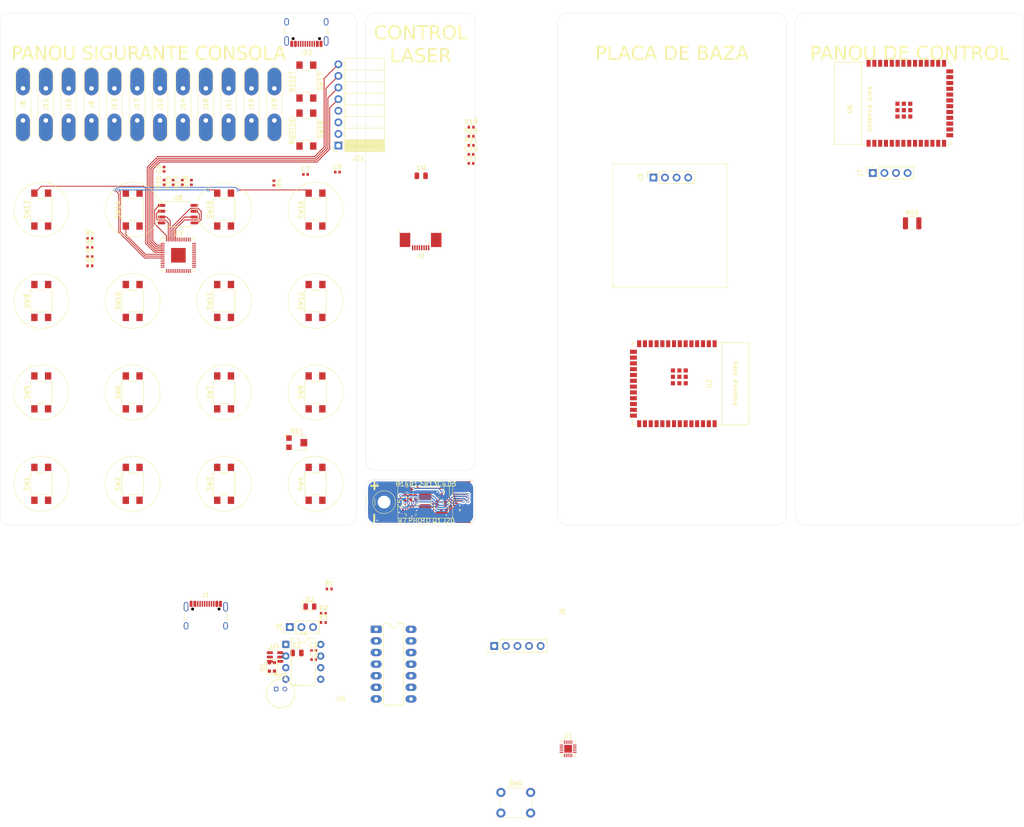
<source format=kicad_pcb>
(kicad_pcb (version 20241229) (generator "pcbnew") (generator_version "9.0")
  (layers (0 "F.Cu" signal) (2 "B.Cu" signal) (13 "F.Paste" user) (15 "B.Paste" user) (5 "F.SilkS" user "F.Silkscreen") (7 "B.SilkS" user "B.Silkscreen") (1 "F.Mask" user) (3 "B.Mask" user) (25 "Edge.Cuts" user))
  (net 0 "")
  (net 1 "+5V")
  (net 2 "GND")
  (net 3 "Net-(J1-SHIELD)")
  (net 4 "Net-(J1-CC1)")
  (net 6 "Net-(J1-CC2)")
  (net 11 "Net-(J1-D+-PadA6)")
  (net 12 "Net-(J1-D--PadA7)")
  (net 89 "Net-(J20-Pin_2)")
  (net 133 "Net-(U3-GPIO14)")
  (net 170 "+3.3V")
  (net 171 "Net-(D3-K)")
  (net 172 "Net-(Q1-C)")
  (net 173 "Net-(J20-Pin_1)")
  (net 174 "Net-(J20-Pin_4)")
  (net 176 "SDA")
  (net 177 "SCL")
  (net 178 "Net-(U3-GPIO26_ADC0)")
  (net 179 "Net-(U3-GPIO15)")
  (net 180 "Net-(U3-GPIO16)")
  (net 181 "Net-(U3-GPIO17)")
  (net 182 "Net-(U3-GPIO18)")
  (net 183 "Net-(U3-GPIO19)")
  (net 184 "Net-(U3-GPIO20)")
  (net 185 "Net-(U3-GPIO21)")
  (net 186 "Net-(U3-GPIO22)")
  (net 187 "Net-(U3-GPIO23)")
  (net 188 "Net-(U3-GPIO24)")
  (net 189 "Net-(U3-GPIO25)")
  (net 190 "DP1")
  (net 192 "Net-(U3-QSPI_SD1)")
  (net 193 "Net-(J22-SHIELD)")
  (net 195 "Net-(U3-IOVDD-Pad1)")
  (net 196 "Net-(J22-CC2)")
  (net 199 "Net-(U3-DVDD-Pad23)")
  (net 200 "Net-(U3-QSPI_SD0)")
  (net 201 "Net-(U3-QSPI_SD2)")
  (net 206 "DM1")
  (net 208 "Net-(J22-CC1)")
  (net 210 "Net-(U3-QSPI_SD3)")
  (net 212 "Net-(J21-Pin_5)")
  (net 216 "Net-(SW18-A)")
  (net 217 "Net-(SW17-A)")
  (net 218 "Net-(SW18-B)")
  (net 219 "Net-(SW17-B)")
  (net 220 "Net-(U3-QSPI_SCLK)")
  (net 221 "Net-(SW1-A)")
  (net 222 "Net-(U3-GPIO8)")
  (net 223 "Net-(SW1-B)")
  (net 224 "Net-(U3-GPIO9)")
  (net 225 "Net-(SW5-B)")
  (net 226 "Net-(U3-GPIO10)")
  (net 227 "Net-(U3-GPIO11)")
  (net 230 "Net-(SW10-B)")
  (net 231 "Net-(SW13-B)")
  (net 232 "Net-(SW10-A)")
  (net 233 "Net-(SW11-A)")
  (net 234 "Net-(SW12-A)")
  (net 235 "ACC_INT")
  (net 236 "Net-(J21-Pin_7)")
  (net 237 "Net-(J21-Pin_6)")
  (net 239 "Net-(J21-Pin_8)")
  (footprint "Resistor_SMD:R_0402_1005Metric" (layer "F.Cu") (at 49.64 81.32)
    (property "Reference" "R6")
    (property "Value" "5K1")
  )
  (footprint "Capacitor_SMD:C_0402_1005Metric" (layer "F.Cu") (at 98.61 169.48)
    (property "Reference" "C2")
    (property "Value" "100nF")
  )
  (footprint "Capacitor_SMD:C_0402_1005Metric" (layer "F.Cu") (at 103.8 64.8)
    (property "Reference" "C8")
    (property "Value" "100nF")
  )
  (footprint "Potentiometer_SMD:Potentiometer_Bourns_TC33X_Vertical" (layer "F.Cu") (at 95 124)
    (property "Reference" "RV1")
    (property "Value" "R_Potentiometer_Trim" (hide yes))
  )
  (footprint "Resistor_SMD:R_0402_1005Metric" (layer "F.Cu") (at 120.85 136 -90)
    (property "Reference" "R13")
    (property "Value" "5K1" (hide yes))
  )
  (footprint "spacescape:Untitled" (layer "F.Cu") (at 50 50 90)
    (property "Reference" "J9")
    (property "Value" "~")
  )
  (footprint "Package_SO:SOIC-8_5.3x5.3mm_P1.27mm" (layer "F.Cu") (at 68.9 74)
    (property "Reference" "U8")
    (property "Value" "W25Q128JVS" (hide yes))
  )
  (footprint "Connector_PinHeader_2.54mm:PinHeader_1x03_P2.54mm_Vertical" (layer "F.Cu") (at 93.38 164.35 90)
    (property "Reference" "J5")
    (property "Value" "Conn_01x03_Pin" (hide yes))
  )
  (footprint "Button_Switch_SMD:SW_SPST_TL3305C" (layer "F.Cu") (at 99 133 90)
    (property "Reference" "SW4")
    (property "Value" "SW_SPST")
  )
  (footprint "LED_SMD:LED_WS2812B-2020_PLCC4_2.0x2.0mm" (layer "F.Cu") (at 89.47 173.065 90)
    (property "Reference" "D1")
    (property "Value" "WS2812B-2020" (hide yes))
  )
  (footprint "Button_Switch_SMD:SW_SPST_TL3305C" (layer "F.Cu") (at 79 113 90)
    (property "Reference" "SW7")
    (property "Value" "SW_SPST")
  )
  (footprint "Resistor_SMD:R_0402_1005Metric" (layer "F.Cu") (at 100.72 161.35)
    (property "Reference" "R2")
    (property "Value" "5K1")
  )
  (footprint "Button_Switch_SMD:SW_SPST_TL3305C" (layer "F.Cu") (at 79 93 90)
    (property "Reference" "SW11")
    (property "Value" "SW_SPST")
  )
  (footprint "Diode_SMD:D_SOD-523" (layer "F.Cu") (at 127.7 134.8 -90)
    (property "Reference" "D3")
    (property "Value" "D" (hide yes))
  )
  (footprint "Connector_USB:USB_C_Receptacle_HCTL_HC-TYPE-C-16P-01A" (layer "F.Cu") (at 97 33 180)
    (property "Reference" "J22")
    (property "Value" "USB_C_Receptacle_USB2.0_16P")
  )
  (footprint "Espressif:ESP32-S2-SOLO" (layer "F.Cu") (at 228.26 49.75 90)
    (property "Reference" "U6")
    (property "Value" "ESP32-S2-SOLO")
  )
  (footprint "Resistor_SMD:R_0402_1005Metric" (layer "F.Cu") (at 69.86 67.06 90)
    (property "Reference" "R17")
    (property "Value" "5K1")
  )
  (footprint "Resistor_SMD:R_0402_1005Metric" (layer "F.Cu") (at 67.87 67.06 90)
    (property "Reference" "R16")
    (property "Value" "330")
  )
  (footprint "Button_Switch_SMD:SW_SPST_TL3305C" (layer "F.Cu") (at 39 93 90)
    (property "Reference" "SW9")
    (property "Value" "SW_SPST")
  )
  (footprint "Package_DIP:DIP-14_W7.62mm_LongPads" (layer "F.Cu") (at 112.28 164.83)
    (property "Reference" "U5")
    (property "Value" "LM324")
  )
  (footprint "Resistor_SMD:R_0402_1005Metric" (layer "F.Cu") (at 133.04 58.95)
    (property "Reference" "R21")
    (property "Value" "5K1")
  )
  (footprint "spacescape:Untitled" (layer "F.Cu") (at 85 50 90)
    (property "Reference" "J15")
    (property "Value" "~")
  )
  (footprint "Button_Switch_THT:SW_PUSH_6mm_H4.3mm" (layer "F.Cu") (at 139.56 200.52)
    (property "Reference" "SW0")
    (property "Value" "SW_SPST")
  )
  (footprint "Resistor_SMD:R_0402_1005Metric" (layer "F.Cu") (at 49.64 85.3)
    (property "Reference" "R8")
    (property "Value" "5K1")
  )
  (footprint "spacescape:Untitled" (layer "F.Cu") (at 40 50 90)
    (property "Reference" "J12")
    (property "Value" "~")
  )
  (footprint "Button_Switch_SMD:SW_SPST_TL3305C" (layer "F.Cu") (at 97 45 -90)
    (property "Reference" "SW17")
    (property "Value" "RESET")
  )
  (footprint "Connector_PinSocket_2.54mm:PinSocket_1x04_P2.54mm_Vertical" (layer "F.Cu") (at 172.92 66 90)
    (property "Reference" "J3")
    (property "Value" "OLED")
  )
  (footprint "Capacitor_SMD:C_0402_1005Metric" (layer "F.Cu") (at 96.82 65.3)
    (property "Reference" "C7")
    (property "Value" "100nF")
  )
  (footprint "Button_Switch_SMD:SW_SPST_TL3305C" (layer "F.Cu") (at 79 133 90)
    (property "Reference" "SW3")
    (property "Value" "SW_SPST")
  )
  (footprint "Capacitor_SMD:C_0402_1005Metric" (layer "F.Cu") (at 126 135.5 180)
    (property "Reference" "C4")
    (property "Value" "100nF" (hide yes))
  )
  (footprint "Resistor_SMD:R_0402_1005Metric" (layer "F.Cu") (at 118.55 136 -90)
    (property "Reference" "R14")
    (property "Value" "5K1" (hide yes))
  )
  (footprint "Button_Switch_SMD:SW_SPST_TL3305C" (layer "F.Cu") (at 39 73 90)
    (property "Reference" "SW13")
    (property "Value" "SW_SPST")
  )
  (footprint "Button_Switch_SMD:SW_SPST_TL3305C" (layer "F.Cu") (at 59 93 90)
    (property "Reference" "SW10")
    (property "Value" "SW_SPST")
  )
  (footprint "Resistor_SMD:R_1210_3225Metric" (layer "F.Cu") (at 123 137 90)
    (property "Reference" "R9" (hide yes))
    (property "Value" "PHOTO")
  )
  (footprint "Capacitor_SMD:C_0402_1005Metric" (layer "F.Cu") (at 133.02 62.9)
    (property "Reference" "C11")
    (property "Value" "100nF")
  )
  (footprint "Resistor_SMD:R_0402_1005Metric" (layer "F.Cu") (at 65.88 67.06 90)
    (property "Reference" "R15")
    (property "Value" "330")
  )
  (footprint "Button_Switch_SMD:SW_SPST_TL3305C" (layer "F.Cu") (at 99 73 90)
    (property "Reference" "SW16")
    (property "Value" "SW_SPST")
  )
  (footprint "Package_DFN_QFN:VQFN-20-1EP_3x3mm_P0.4mm_EP1.7x1.7mm" (layer "F.Cu") (at 154.26 190.97)
    (property "Reference" "U1")
    (property "Value" "ATtiny1616-M")
  )
  (footprint "Button_Switch_SMD:SW_SPST_TL3305C" (layer "F.Cu") (at 59 133 90)
    (property "Reference" "SW2")
    (property "Value" "SW_SPST")
  )
  (footprint "spacescape:Untitled" (layer "F.Cu") (at 60 50 90)
    (property "Reference" "J17")
    (property "Value" "~")
  )
  (footprint "Resistor_SMD:R_0402_1005Metric" (layer "F.Cu") (at 133.04 54.97)
    (property "Reference" "R19")
    (property "Value" "5K1")
  )
  (footprint "Resistor_SMD:R_0402_1005Metric" (layer "F.Cu") (at 49.64 83.31)
    (property "Reference" "R7")
    (property "Value" "5K1")
  )
  (footprint "spacescape:Untitled" (layer "F.Cu") (at 45 50 90)
    (property "Reference" "J16")
    (property "Value" "~")
  )
  (footprint "Package_TO_SOT_SMD:SOT-23-6" (layer "F.Cu") (at 90.15 170.895)
    (property "Reference" "U4")
    (property "Value" "MT3608")
  )
  (footprint "Connector_FFC-FPC:TE_0-1734839-8_1x08-1MP_P0.5mm_Horizontal" (layer "F.Cu") (at 122 80 180)
    (property "Reference" "J2")
    (property "Value" "Conn_01x08_Socket" (hide yes))
  )
  (footprint "Capacitor_SMD:C_0402_1005Metric" (layer "F.Cu") (at 65.87 64.17 90)
    (property "Reference" "C6")
    (property "Value" "100nF")
  )
  (footprint "Resistor_SMD:R_0603_1608Metric" (layer "F.Cu") (at 119 134.3)
    (property "Reference" "R22" (hide yes))
    (property "Value" "DNP" (hide yes))
  )
  (footprint "Capacitor_SMD:C_0805_2012Metric" (layer "F.Cu") (at 94.95 170)
    (property "Reference" "C1")
    (property "Value" "22uF")
  )
  (footprint "spacescape:Untitled" (layer "F.Cu") (at 65 50 90)
    (property "Reference" "J10")
    (property "Value" "~")
  )
  (footprint "Resistor_SMD:R_0402_1005Metric" (layer "F.Cu") (at 89.9 67.2 -90)
    (property "Reference" "R4")
    (property "Value" "1K")
  )
  (footprint "Connector_PinHeader_2.54mm:PinHeader_1x05_P2.54mm_Vertical" (layer "F.Cu") (at 138.1 168.48 90)
    (property "Reference" "J6")
    (property "Value" "Conn_01x05_Pin" (hide yes))
  )
  (footprint "Sensor_Audio:POM-2244P-C3310-2-R" (layer "F.Cu") (at 90.4 177.89)
    (property "Reference" "MK1")
    (property "Value" "Microphone")
  )
  (footprint "Espressif:ESP32-S2-SOLO" (layer "F.Cu") (at 178.06 111.1 -90)
    (property "Reference" "U2")
    (property "Value" "ESP32-S2-SOLO")
  )
  (footprint "Connector_PinSocket_2.54mm:PinSocket_1x04_P2.54mm_Vertical" (layer "F.Cu") (at 220.92 65 90)
    (property "Reference" "J7")
    (property "Value" "OLED")
  )
  (footprint "Button_Switch_SMD:SW_SPST_TL3305C" (layer "F.Cu") (at 39 113 90)
    (property "Reference" "SW5")
    (property "Value" "SW_SPST")
  )
  (footprint "Button_Switch_SMD:SW_SPST_TL3305C" (layer "F.Cu") (at 59 113 90)
    (property "Reference" "SW6")
    (property "Value" "SW_SPST")
  )
  (footprint "Resistor_SMD:R_0402_1005Metric" (layer "F.Cu") (at 133.04 56.96)
    (property "Reference" "R20")
    (property "Value" "5K1")
  )
  (footprint "Connector_PinSocket_2.54mm:PinSocket_1x08_P2.54mm_Horizontal" (layer "F.Cu") (at 104 59 180)
    (property "Reference" "J21")
    (property "Value" "Conn_01x08_Socket")
  )
  (footprint "Connector_USB:USB_C_Receptacle_HCTL_HC-TYPE-C-16P-01A" (layer "F.Cu") (at 75 163)
    (property "Reference" "J1")
    (property "Value" "USB_C_Receptacle_USB2.0_16P")
  )
  (footprint "spacescape:Untitled" (layer "F.Cu") (at 35 50 90)
    (property "Reference" "J8")
    (property "Value" "~")
  )
  (footprint "spacescape:Untitled" (layer "F.Cu") (at 80 50 90)
    (property "Reference" "J11")
    (property "Value" "~")
  )
  (footprint "Resistor_SMD:R_0402_1005Metric" (layer "F.Cu") (at 102 156)
    (property "Reference" "R1")
    (property "Value" "5K1")
  )
  (footprint "spacescape:Untitled" (layer "F.Cu") (at 75 50 90)
    (property "Reference" "J18")
    (property "Value" "~")
  )
  (footprint "Connector_FFC-FPC:TE_0-1734839-8_1x08-1MP_P0.5mm_Horizontal" (layer "F.Cu") (at 131 137 90)
    (property "Reference" "J20")
    (property "Value" "Conn_01x08_Socket" (hide yes))
  )
  (footprint "Button_Switch_SMD:SW_SPST_TL3305C" (layer "F.Cu") (at 99 93 90)
    (property "Reference" "SW12")
    (property "Value" "SW_SPST")
  )
  (footprint "Capacitor_SMD:C_0402_1005Metric" (layer "F.Cu") (at 98.61 171.45)
    (property "Reference" "C3")
    (property "Value" "100nF")
  )
  (footprint "Package_LGA:LGA-14_2x2mm_P0.35mm_LayoutBorder3x4y" (layer "F.Cu") (at 119.9 138.8 -90)
    (property "Reference" "U7")
    (property "Value" "LIS2DH" (hide yes))
  )
  (footprint "Button_Switch_SMD:SW_SPST_TL3305C" (layer "F.Cu") (at 97 55.5 -90)
    (property "Reference" "SW18")
    (property "Value" "BOOTSEL")
  )
  (footprint "Button_Switch_SMD:SW_SPST_TL3305C" (layer "F.Cu") (at 99 113 90)
    (property "Reference" "SW8")
    (property "Value" "SW_SPST")
  )
  (footprint "spacescape:Untitled" (layer "F.Cu") (at 90 50 90)
    (property "Reference" "J19")
    (property "Value" "~")
  )
  (footprint "Capacitor_SMD:C_0402_1005Metric" (layer "F.Cu") (at 133.02 60.93)
    (property "Reference" "C10")
    (property "Value" "100nF")
  )
  (footprint "Button_Switch_SMD:SW_SPST_TL3305C" (layer "F.Cu") (at 39 133 90)
    (property "Reference" "SW1")
    (property "Value" "SW_SPST")
  )
  (footprint "Capacitor_SMD:C_0805_2012Metric" (layer "F.Cu") (at 122.12 65.61)
    (property "Reference" "C9")
    (property "Value" "22uF")
  )
  (footprint "Package_DFN_QFN:QFN-56-1EP_7x7mm_P0.4mm_EP3.2x3.2mm" (layer "F.Cu") (at 69 83)
    (property "Reference" "U3")
    (property "Value" "RP2040" (hide yes))
  )
  (footprint "Button_Switch_SMD:SW_SPST_TL3305C" (layer "F.Cu") (at 79 73 90)
    (property "Reference" "SW15")
    (property "Value" "SW_SPST" (hide yes))
  )
  (footprint "LED_SMD:LED_0805_2012Metric" (layer "F.Cu") (at 97.7825 159.85)
    (property "Reference" "D2")
    (property "Value" "LED")
  )
  (footprint "Resistor_SMD:R_0402_1005Metric" (layer "F.Cu") (at 119.85 136 -90)
    (property "Reference" "R12")
    (property "Value" "5K1" (hide yes))
  )
  (footprint "spacescape:Untitled" (layer "F.Cu") (at 70 50 90)
    (property "Reference" "J14")
    (property "Value" "~")
  )
  (footprint "Resistor_SMD:R_1210_3225Metric" (layer "F.Cu") (at 111 137 90)
    (property "Reference" "R11" (hide yes))
    (property "Value" "LASER" (hide yes))
  )
  (footprint "Resistor_SMD:R_1210_3225Metric" (layer "F.Cu") (at 229.5375 76)
    (property "Reference" "R10")
    (property "Value" "PHOTO")
  )
  (footprint "Resistor_SMD:R_0402_1005Metric" (layer "F.Cu") (at 49.64 79.33)
    (property "Reference" "R5")
    (property "Value" "5K1")
  )
  (footprint "Button_Switch_SMD:SW_SPST_TL3305C" (layer "F.Cu") (at 59 73 90)
    (property "Reference" "SW14")
    (property "Value" "SW_SPST" (hide yes))
  )
  (footprint "Package_TO_SOT_SMD:SOT-23" (layer "F.Cu") (at 126.5 138.3 -90)
    (property "Reference" "Q1")
    (property "Value" "NPN" (hide yes))
  )
  (footprint "Package_DIP:DIP-8_W7.62mm" (layer "F.Cu") (at 92.515 168.14)
    (property "Reference" "J4")
    (property "Value" "Conn_02x04_Counter_Clockwise" (hide yes))
  )
  (footprint "Resistor_SMD:R_0402_1005Metric" (layer "F.Cu") (at 71.85 67.06 90)
    (property "Reference" "R18")
    (property "Value" "5K1")
  )
  (footprint "spacescape:Untitled" (layer "F.Cu") (at 55 50 90)
    (property "Reference" "J13")
    (property "Value" "~")
  )
  (footprint "Resistor_SMD:R_0402_1005Metric" (layer "F.Cu") (at 100.72 163.34)
    (property "Reference" "R3")
    (property "Value" "5K1")
  )
  (footprint "Capacitor_SMD:C_0402_1005Metric" (layer "F.Cu") (at 118.2 139.5 -90)
    (property "Reference" "C5")
    (property "Value" "100nF" (hide yes))
  )
  (gr_circle (center 99 113) (end 105 113) (stroke (width 0.1)) (fill no) (layer "F.SilkS"))
  (gr_circle (center 99 73) (end 105 73) (stroke (width 0.1)) (fill no) (layer "F.SilkS"))
  (gr_circle (center 79 113) (end 85 113) (stroke (width 0.1)) (fill no) (layer "F.SilkS"))
  (gr_circle (center 99 133) (end 105 133) (stroke (width 0.1)) (fill no) (layer "F.SilkS"))
  (gr_circle (center 99 93) (end 105 93) (stroke (width 0.1)) (fill no) (layer "F.SilkS"))
  (gr_circle (center 39 73) (end 45 73) (stroke (width 0.1)) (fill no) (layer "F.SilkS"))
  (gr_rect (start 164 63) (end 189 90) (stroke (width 0.1)) (fill no) (layer "F.SilkS"))
  (gr_rect (start 117 133.5) (end 129 140.5) (stroke (width 0.1)) (fill no) (layer "F.SilkS"))
  (gr_circle (center 59 133) (end 65 133) (stroke (width 0.1)) (fill no) (layer "F.SilkS"))
  (gr_circle (center 59 113) (end 65 113) (stroke (width 0.1)) (fill no) (layer "F.SilkS"))
  (gr_circle (center 79 93) (end 85 93) (stroke (width 0.1)) (fill no) (layer "F.SilkS"))
  (gr_circle (center 39 133) (end 45 133) (stroke (width 0.1)) (fill no) (layer "F.SilkS"))
  (gr_circle (center 39 113) (end 45 113) (stroke (width 0.1)) (fill no) (layer "F.SilkS"))
  (gr_circle (center 114 137) (end 111.5 137) (stroke (width 0.1)) (fill no) (layer "F.SilkS"))
  (gr_circle (center 39 93) (end 45 93) (stroke (width 0.1)) (fill no) (layer "F.SilkS"))
  (gr_circle (center 59 73) (end 65 73) (stroke (width 0.1)) (fill no) (layer "F.SilkS"))
  (gr_circle (center 79 73) (end 85 73) (stroke (width 0.1)) (fill no) (layer "F.SilkS"))
  (gr_circle (center 59 93) (end 65 93) (stroke (width 0.1)) (fill no) (layer "F.SilkS"))
  (gr_circle (center 79 133) (end 85 133) (stroke (width 0.1)) (fill no) (layer "F.SilkS"))
  (gr_arc (start 132 132) (mid 133.414214 132.585786) (end 134 134) (stroke (width 0.05)) (layer "Edge.Cuts"))
  (gr_arc (start 204 32) (mid 204.585786 30.585786) (end 206 30) (stroke (width 0.05)) (layer "Edge.Cuts"))
  (gr_arc (start 252 30) (mid 253.414214 30.585786) (end 254 32) (stroke (width 0.05)) (layer "Edge.Cuts"))
  (gr_arc (start 30 32) (mid 30.585786 30.585786) (end 32 30) (stroke (width 0.05)) (layer "Edge.Cuts"))
  (gr_line (start 110 128) (end 110 32) (stroke (width 0.05)) (layer "Edge.Cuts"))
  (gr_line (start 202 32) (end 202 140) (stroke (width 0.05)) (layer "Edge.Cuts"))
  (gr_line (start 154 30) (end 200 30) (stroke (width 0.05)) (layer "Edge.Cuts"))
  (gr_line (start 134 32) (end 134 128) (stroke (width 0.05)) (layer "Edge.Cuts"))
  (gr_line (start 134 134) (end 134 140) (stroke (width 0.05)) (layer "Edge.Cuts"))
  (gr_line (start 108 32) (end 108 140) (stroke (width 0.05)) (layer "Edge.Cuts"))
  (gr_line (start 110 134) (end 110 140) (stroke (width 0.05)) (layer "Edge.Cuts"))
  (gr_line (start 30 140) (end 30 32) (stroke (width 0.05)) (layer "Edge.Cuts"))
  (gr_line (start 254 32) (end 254 140) (stroke (width 0.05)) (layer "Edge.Cuts"))
  (gr_line (start 200 142) (end 154 142) (stroke (width 0.05)) (layer "Edge.Cuts"))
  (gr_arc (start 112 142) (mid 110.585786 141.414214) (end 110 140) (stroke (width 0.05)) (layer "Edge.Cuts"))
  (gr_arc (start 254 140) (mid 253.414214 141.414214) (end 252 142) (stroke (width 0.05)) (layer "Edge.Cuts"))
  (gr_arc (start 106 30) (mid 107.414214 30.585786) (end 108 32) (stroke (width 0.05)) (layer "Edge.Cuts"))
  (gr_arc (start 110 32) (mid 110.585786 30.585786) (end 112 30) (stroke (width 0.05)) (layer "Edge.Cuts"))
  (gr_arc (start 134 128) (mid 133.414214 129.414214) (end 132 130) (stroke (width 0.05)) (layer "Edge.Cuts"))
  (gr_line (start 112 30) (end 132 30) (stroke (width 0.05)) (layer "Edge.Cuts"))
  (gr_line (start 204 140) (end 204 32) (stroke (width 0.05)) (layer "Edge.Cuts"))
  (gr_line (start 112 130) (end 132 130) (stroke (width 0.05)) (layer "Edge.Cuts"))
  (gr_line (start 206 30) (end 252 30) (stroke (width 0.05)) (layer "Edge.Cuts"))
  (gr_arc (start 202 140) (mid 201.414214 141.414214) (end 200 142) (stroke (width 0.05)) (layer "Edge.Cuts"))
  (gr_arc (start 112 130) (mid 110.585786 129.414214) (end 110 128) (stroke (width 0.05)) (layer "Edge.Cuts"))
  (gr_line (start 252 142) (end 206 142) (stroke (width 0.05)) (layer "Edge.Cuts"))
  (gr_arc (start 108 140) (mid 107.414214 141.414214) (end 106 142) (stroke (width 0.05)) (layer "Edge.Cuts"))
  (gr_arc (start 32 142) (mid 30.585786 141.414214) (end 30 140) (stroke (width 0.05)) (layer "Edge.Cuts"))
  (gr_arc (start 200 30) (mid 201.414214 30.585786) (end 202 32) (stroke (width 0.05)) (layer "Edge.Cuts"))
  (gr_arc (start 154 142) (mid 152.585786 141.414214) (end 152 140) (stroke (width 0.05)) (layer "Edge.Cuts"))
  (gr_arc (start 206 142) (mid 204.585786 141.414214) (end 204 140) (stroke (width 0.05)) (layer "Edge.Cuts"))
  (gr_line (start 132 142) (end 112 142) (stroke (width 0.05)) (layer "Edge.Cuts"))
  (gr_arc (start 132 30) (mid 133.414214 30.585786) (end 134 32) (stroke (width 0.05)) (layer "Edge.Cuts"))
  (gr_line (start 32 30) (end 106 30) (stroke (width 0.05)) (layer "Edge.Cuts"))
  (gr_arc (start 110 134) (mid 110.585786 132.585786) (end 112 132) (stroke (width 0.05)) (layer "Edge.Cuts"))
  (gr_line (start 112 132) (end 132 132) (stroke (width 0.05)) (layer "Edge.Cuts"))
  (gr_arc (start 134 140) (mid 133.414214 141.414214) (end 132 142) (stroke (width 0.05)) (layer "Edge.Cuts"))
  (gr_arc (start 152 32) (mid 152.585786 30.585786) (end 154 30) (stroke (width 0.05)) (layer "Edge.Cuts"))
  (gr_line (start 106 142) (end 32 142) (stroke (width 0.05)) (layer "Edge.Cuts"))
  (gr_line (start 152 140) (end 152 32) (stroke (width 0.05)) (layer "Edge.Cuts"))
  (gr_text "+" (at 111.9 133.3 0) (layer "F.SilkS") (effects (font (size 2 2) (thickness 0.4) (bold yes))))
  (gr_text "PANOU DE CONTROL" (at 229 39 0) (layer "F.SilkS") (effects (font (size 3 3) (thickness 0.1))))
  (gr_text "-" (at 111.7 140.5 90) (layer "F.SilkS") (effects (font (size 2 2) (thickness 0.4) (bold yes))))
  (gr_text "PLACA DE BAZA" (at 177 39 0) (layer "F.SilkS") (effects (font (size 3 3) (thickness 0.1))))
  (gr_text "CONTROL\nLASER" (at 122 37 0) (layer "F.SilkS") (effects (font (size 3 3) (thickness 0.1))))
  (gr_text "PANOU SIGURANTE CONSOLA" (at 62.5 39 0) (layer "F.SilkS") (effects (font (size 3 2.9) (thickness 0.1))))
  (segment (start 117.8 139.8) (end 117.85 139.85) (width 0.25) (layer "F.Cu") (net 2))
  (segment (start 128.7 137.75) (end 129.65 137.75) (width 0.25) (layer "F.Cu") (net 2))
  (segment (start 117.5 139.5) (end 117.5 139.75) (width 0.25) (layer "F.Cu") (net 2))
  (segment (start 125.62 134.8) (end 125.62 135.4) (width 0.25) (layer "F.Cu") (net 2))
  (segment (start 117.3 139.25) (end 117.3 139.3) (width 0.25) (layer "F.Cu") (net 2))
  (segment (start 127.65 139.75) (end 127.65 139.65) (width 0.25) (layer "F.Cu") (net 2))
  (segment (start 117.85 139.85) (end 118.1 139.85) (width 0.25) (layer "F.Cu") (net 2))
  (segment (start 126.5 139.2375) (end 126.5 139.1375) (width 0.25) (layer "F.Cu") (net 2))
  (segment (start 119.725 138.525) (end 120 138.8) (width 0.16) (layer "F.Cu") (net 2))
  (segment (start 125.62 135.4) (end 125.52 135.5) (width 0.25) (layer "F.Cu") (net 2))
  (segment (start 120.6625 138.8) (end 121.1 138.8) (width 0.16) (layer "F.Cu") (net 2))
  (segment (start 121.2 138.9) (end 121.2 139.6) (width 0.4) (layer "F.Cu") (net 2))
  (segment (start 117.3 139.3) (end 117.5 139.5) (width 0.25) (layer "F.Cu") (net 2))
  (segment (start 127.2375 139.2375) (end 126.5 139.2375) (width 0.25) (layer "F.Cu") (net 2))
  (segment (start 117.3 139.25) (end 117.95 139.9) (width 0.25) (layer "F.Cu") (net 2))
  (segment (start 127.65 139.45) (end 127.7 139.4) (width 0.25) (layer "F.Cu") (net 2))
  (segment (start 121.1 139) (end 121.1 138.8) (width 0.16) (layer "F.Cu") (net 2))
  (segment (start 120.6625 139.15) (end 120.95 139.15) (width 0.16) (layer "F.Cu") (net 2))
  (segment (start 120.425 139.775) (end 120.1 140.1) (width 0.16) (layer "F.Cu") (net 2))
  (segment (start 120.95 139.15) (end 121.1 139) (width 0.16) (layer "F.Cu") (net 2))
  (segment (start 120.85 138.45) (end 121 138.6) (width 0.16) (layer "F.Cu") (net 2))
  (segment (start 121 138.6) (end 121.1 138.7) (width 0.16) (layer "F.Cu") (net 2))
  (segment (start 127.7 139.4) (end 127.7 138.75) (width 0.25) (layer "F.Cu") (net 2))
  (segment (start 121.2 139.6) (end 121.3 139.7) (width 0.4) (layer "F.Cu") (net 2))
  (segment (start 126.5 139.1375) (end 126.6 139.0375) (width 0.25) (layer "F.Cu") (net 2))
  (segment (start 117.65 139.65) (end 117.8 139.8) (width 0.25) (layer "F.Cu") (net 2))
  (segment (start 121.1 138.7) (end 121.1 138.8) (width 0.16) (layer "F.Cu") (net 2))
  (segment (start 127.65 139.65) (end 127.2375 139.2375) (width 0.25) (layer "F.Cu") (net 2))
  (segment (start 120.075 139.5625) (end 120.075 140.075) (width 0.16) (layer "F.Cu") (net 2))
  (segment (start 120 138.8) (end 120.6625 138.8) (width 0.16) (layer "F.Cu") (net 2))
  (segment (start 121.1 138.8) (end 121.2 138.9) (width 0.4) (layer "F.Cu") (net 2))
  (segment (start 130.6 137.75) (end 129.65 137.75) (width 0.25) (layer "F.Cu") (net 2))
  (segment (start 119.725 139.725) (end 120.1 140.1) (width 0.16) (layer "F.Cu") (net 2))
  (segment (start 120.075 140.075) (end 120.1 140.1) (width 0.16) (layer "F.Cu") (net 2))
  (segment (start 119.725 138.0375) (end 119.725 138.525) (width 0.16) (layer "F.Cu") (net 2))
  (segment (start 120.6625 138.45) (end 120.85 138.45) (width 0.16) (layer "F.Cu") (net 2))
  (segment (start 127.7 138.75) (end 128.7 137.75) (width 0.25) (layer "F.Cu") (net 2))
  (segment (start 117.95 139.9) (end 118.1 139.9) (width 0.25) (layer "F.Cu") (net 2))
  (segment (start 120.425 139.5625) (end 120.425 139.775) (width 0.16) (layer "F.Cu") (net 2))
  (segment (start 119.725 139.5625) (end 119.725 139.725) (width 0.16) (layer "F.Cu") (net 2))
  (segment (start 127.65 139.75) (end 127.65 139.45) (width 0.25) (layer "F.Cu") (net 2))
  (via (at 129 133) (size 0.6) (drill 0.3) (layers "F.Cu" "B.Cu") (net 2))
  (via (at 112.5 141) (size 0.6) (drill 0.3) (layers "F.Cu" "B.Cu") (net 2))
  (via (at 117.3 139.25) (size 0.6) (drill 0.3) (layers "F.Cu" "B.Cu") (net 2))
  (via (at 122.5 133) (size 0.6) (drill 0.3) (layers "F.Cu" "B.Cu") (net 2))
  (via (at 117.5 133) (size 0.6) (drill 0.3) (layers "F.Cu" "B.Cu") (net 2))
  (via (at 120.1 140.1) (size 0.6) (drill 0.3) (layers "F.Cu" "B.Cu") (net 2))
  (via (at 121.1 138.8) (size 0.6) (drill 0.3) (layers "F.Cu" "B.Cu") (net 2))
  (via (at 112.5 133) (size 0.6) (drill 0.3) (layers "F.Cu" "B.Cu") (net 2))
  (via (at 122.5 141) (size 0.6) (drill 0.3) (layers "F.Cu" "B.Cu") (net 2))
  (via (at 114 137) (size 3.6) (drill 2.8) (layers "F.Cu" "B.Cu") (net 2))
  (via (at 117.5 141) (size 0.6) (drill 0.3) (layers "F.Cu" "B.Cu") (net 2))
  (via (at 125.62 134.8) (size 0.6) (drill 0.3) (layers "F.Cu" "B.Cu") (net 2))
  (via (at 130.6 137.75) (size 0.6) (drill 0.3) (layers "F.Cu" "B.Cu") (net 2))
  (via (at 127.6 139.85) (size 0.6) (drill 0.3) (layers "F.Cu" "B.Cu") (net 2))
  (segment (start 128.81381 138.274) (end 128.774 138.31381) (width 0.25) (layer "F.Cu") (net 89))
  (segment (start 129.65 138.25) (end 128.95 138.25) (width 0.25) (layer "F.Cu") (net 89))
  (segment (start 128.774 138.31381) (end 128.774 138.36381) (width 0.25) (layer "F.Cu") (net 89))
  (segment (start 127.96319 140.599) (end 125.399 140.599) (width 0.25) (layer "F.Cu") (net 89))
  (segment (start 128.88781 138.25) (end 128.86381 138.274) (width 0.25) (layer "F.Cu") (net 89))
  (segment (start 128.35 138.78781) (end 128.35 140.21219) (width 0.25) (layer "F.Cu") (net 89))
  (segment (start 128.86381 138.274) (end 128.81381 138.274) (width 0.25) (layer "F.Cu") (net 89))
  (segment (start 123.2375 135.5375) (end 123 135.5375) (width 0.25) (layer "F.Cu") (net 89))
  (segment (start 124.8 140) (end 124.8 137.1) (width 0.25) (layer "F.Cu") (net 89))
  (segment (start 129.65 138.25) (end 128.88781 138.25) (width 0.25) (layer "F.Cu") (net 89))
  (segment (start 128.35 140.21219) (end 127.96319 140.599) (width 0.25) (layer "F.Cu") (net 89))
  (segment (start 125.399 140.599) (end 124.8 140) (width 0.25) (layer "F.Cu") (net 89))
  (segment (start 128.774 138.36381) (end 128.35 138.78781) (width 0.25) (layer "F.Cu") (net 89))
  (segment (start 124.8 137.1) (end 123.2375 135.5375) (width 0.25) (layer "F.Cu") (net 89))
  (segment (start 119.1375 139.15) (end 118.33 139.15) (width 0.18) (layer "F.Cu") (net 170))
  (segment (start 131.295558 136.879442) (end 131.166116 136.75) (width 0.25) (layer "F.Cu") (net 170))
  (segment (start 129.65 136.75) (end 128.95 136.75) (width 0.25) (layer "F.Cu") (net 170))
  (segment (start 118.7425 139.5625) (end 118.2 139.02) (width 0.18) (layer "F.Cu") (net 170))
  (segment (start 128.95 136.75) (end 127.8 135.6) (width 0.25) (layer "F.Cu") (net 170))
  (segment (start 131.166116 136.75) (end 129.65 136.75) (width 0.25) (layer "F.Cu") (net 170))
  (segment (start 119.375 137.225) (end 119.35 137.2) (width 0.1) (layer "F.Cu") (net 170))
  (segment (start 118.33 139.15) (end 118.2 139.02) (width 0.1) (layer "F.Cu") (net 170))
  (segment (start 119.375 138.0375) (end 119.375 137.225) (width 0.18) (layer "F.Cu") (net 170))
  (segment (start 119.2 135.54) (end 119.25 135.49) (width 0.25) (layer "F.Cu") (net 170))
  (segment (start 119.35 137.2) (end 119.2 137.05) (width 0.25) (layer "F.Cu") (net 170))
  (segment (start 127.8 135.6) (end 127.8 135.5) (width 0.25) (layer "F.Cu") (net 170))
  (segment (start 119.2 137.05) (end 119.2 135.54) (width 0.25) (layer "F.Cu") (net 170))
  (segment (start 127.8 135.5) (end 126.48 135.5) (width 0.25) (layer "F.Cu") (net 170))
  (segment (start 119.375 139.5625) (end 118.7425 139.5625) (width 0.18) (layer "F.Cu") (net 170))
  (segment (start 126.7 134.8) (end 126.7 135.1) (width 0.25) (layer "F.Cu") (net 170))
  (segment (start 120.85 135.49) (end 119.25 135.49) (width 0.25) (layer "F.Cu") (net 170))
  (segment (start 118.12 138.2) (end 118.12 138.94) (width 0.4) (layer "F.Cu") (net 170))
  (segment (start 120.1 134.3) (end 120.4 134) (width 0.25) (layer "F.Cu") (net 170))
  (segment (start 118.12 138.94) (end 118.2 139.02) (width 0.4) (layer "F.Cu") (net 170))
  (segment (start 119.25 135.49) (end 118.45 135.49) (width 0.25) (layer "F.Cu") (net 170))
  (segment (start 126.7 135.1) (end 126.6 135.2) (width 0.25) (layer "F.Cu") (net 170))
  (segment (start 126.6 135.38) (end 126.48 135.5) (width 0.25) (layer "F.Cu") (net 170))
  (segment (start 126.6 135.2) (end 126.6 135.38) (width 0.25) (layer "F.Cu") (net 170))
  (segment (start 119.825 134.3) (end 120.1 134.3) (width 0.25) (layer "F.Cu") (net 170))
  (via (at 126.7 134.8) (size 0.6) (drill 0.3) (layers "F.Cu" "B.Cu") (net 170))
  (via (at 119.35 137.2) (size 0.6) (drill 0.3) (layers "F.Cu" "B.Cu") (net 170))
  (via (at 131.295558 136.879442) (size 0.6) (drill 0.3) (layers "F.Cu" "B.Cu") (net 170))
  (via (at 120.4 134) (size 0.6) (drill 0.3) (layers "F.Cu" "B.Cu") (net 170))
  (via (at 118.12 138.2) (size 0.6) (drill 0.3) (layers "F.Cu" "B.Cu") (net 170))
  (segment (start 119.4 137.75) (end 119.35 137.75) (width 0.25) (layer "B.Cu") (net 170))
  (segment (start 130.08043 136.633) (end 127.66043 139.053) (width 0.25) (layer "B.Cu") (net 170))
  (segment (start 119.456 137.806) (end 119.4 137.75) (width 0.25) (layer "B.Cu") (net 170))
  (segment (start 119.35 137.75) (end 119.35 137.2) (width 0.4) (layer "B.Cu") (net 170))
  (segment (start 118.9 138.2) (end 119.35 137.75) (width 0.4) (layer "B.Cu") (net 170))
  (segment (start 124.256 137.806) (end 119.456 137.806) (width 0.25) (layer "B.Cu") (net 170))
  (segment (start 120.4 134) (end 125.9 134) (width 0.25) (layer "B.Cu") (net 170))
  (segment (start 118.12 138.2) (end 118.9 138.2) (width 0.4) (layer "B.Cu") (net 170))
  (segment (start 131.295558 136.879442) (end 131.049116 136.633) (width 0.25) (layer "B.Cu") (net 170))
  (segment (start 125.503 139.053) (end 124.256 137.806) (width 0.25) (layer "B.Cu") (net 170))
  (segment (start 125.9 134) (end 126.7 134.8) (width 0.25) (layer "B.Cu") (net 170))
  (segment (start 127.66043 139.053) (end 125.503 139.053) (width 0.25) (layer "B.Cu") (net 170))
  (segment (start 131.049116 136.633) (end 130.08043 136.633) (width 0.25) (layer "B.Cu") (net 170))
  (segment (start 120.9 133.3) (end 118.9875 133.3) (width 0.25) (layer "F.Cu") (net 171))
  (segment (start 111.1 134.5) (end 111 134.6) (width 0.25) (layer "F.Cu") (net 171))
  (segment (start 127.6 134) (end 121.6 134) (width 0.25) (layer "F.Cu") (net 171))
  (segment (start 118.175 134.1125) (end 118.175 134.3) (width 0.25) (layer "F.Cu") (net 171))
  (segment (start 111 134.6) (end 111 135.4) (width 0.25) (layer "F.Cu") (net 171))
  (segment (start 118.175 134.3) (end 117.975 134.5) (width 0.25) (layer "F.Cu") (net 171))
  (segment (start 121.6 134) (end 120.9 133.3) (width 0.25) (layer "F.Cu") (net 171))
  (segment (start 127.7 134.1) (end 127.6 134) (width 0.25) (layer "F.Cu") (net 171))
  (segment (start 118.9875 133.3) (end 118.175 134.1125) (width 0.25) (layer "F.Cu") (net 171))
  (segment (start 117.975 134.5) (end 111.1 134.5) (width 0.25) (layer "F.Cu") (net 171))
  (segment (start 117.6 135.6) (end 117.6 137.1) (width 0.25) (layer "F.Cu") (net 172))
  (segment (start 117.6 137.1) (end 115.1 139.6) (width 0.25) (layer "F.Cu") (net 172))
  (segment (start 111 139.4) (end 111 138.6) (width 0.25) (layer "F.Cu") (net 172))
  (segment (start 126.9 137) (end 127.45 137) (width 0.25) (layer "F.Cu") (net 172))
  (segment (start 127.45 137) (end 127.45 137.3625) (width 0.25) (layer "F.Cu") (net 172))
  (segment (start 111.2 139.6) (end 111 139.4) (width 0.25) (layer "F.Cu") (net 172))
  (segment (start 127.45 137.3625) (end 127.45 137.1625) (width 0.25) (layer "F.Cu") (net 172))
  (segment (start 115.1 139.6) (end 111.2 139.6) (width 0.25) (layer "F.Cu") (net 172))
  (via (at 126.9 137) (size 0.6) (drill 0.3) (layers "F.Cu" "B.Cu") (net 172))
  (via (at 117.6 135.6) (size 0.6) (drill 0.3) (layers "F.Cu" "B.Cu") (net 172))
  (segment (start 126.1 137) (end 124.75 135.65) (width 0.25) (layer "B.Cu") (net 172))
  (segment (start 126.9 137) (end 126.1 137) (width 0.25) (layer "B.Cu") (net 172))
  (segment (start 124.75 135.65) (end 117.65 135.65) (width 0.25) (layer "B.Cu") (net 172))
  (segment (start 117.65 135.65) (end 117.6 135.6) (width 0.25) (layer "B.Cu") (net 172))
  (segment (start 128.801 138.97462) (end 128.801 140.399) (width 0.25) (layer "F.Cu") (net 173))
  (segment (start 124.85 141.05) (end 123.9 140.1) (width 0.25) (layer "F.Cu") (net 173))
  (segment (start 123.9 139.3625) (end 123 138.4625) (width 0.25) (layer "F.Cu") (net 173))
  (segment (start 128.15 141.05) (end 124.85 141.05) (width 0.25) (layer "F.Cu") (net 173))
  (segment (start 129.02562 138.75) (end 128.801 138.97462) (width 0.25) (layer "F.Cu") (net 173))
  (segment (start 123.9 140.1) (end 123.9 139.3625) (width 0.25) (layer "F.Cu") (net 173))
  (segment (start 128.801 140.399) (end 128.15 141.05) (width 0.25) (layer "F.Cu") (net 173))
  (segment (start 129.65 138.75) (end 129.02562 138.75) (width 0.25) (layer "F.Cu") (net 173))
  (segment (start 123.2125 138.25) (end 123 138.4625) (width 0.25) (layer "F.Cu") (net 173))
  (segment (start 127.805095 136.3) (end 126.2 136.3) (width 0.25) (layer "F.Cu") (net 174))
  (segment (start 128.755095 137.25) (end 127.805095 136.3) (width 0.25) (layer "F.Cu") (net 174))
  (segment (start 126.2 136.3) (end 125.55 136.95) (width 0.25) (layer "F.Cu") (net 174))
  (segment (start 125.55 136.95) (end 125.55 137.1625) (width 0.25) (layer "F.Cu") (net 174))
  (segment (start 129.65 137.25) (end 128.755095 137.25) (width 0.25) (layer "F.Cu") (net 174))
  (segment (start 119.85 136.61) (end 119.75 136.51) (width 0.25) (layer "F.Cu") (net 176))
  (segment (start 131.85 135.75) (end 129.65 135.75) (width 0.25) (layer "F.Cu") (net 176))
  (segment (start 120.186089 137.313911) (end 120.186089 137.186092) (width 0.16) (layer "F.Cu") (net 176))
  (segment (start 120.05 137.050003) (end 120.186089 137.186092) (width 0.2) (layer "F.Cu") (net 176))
  (segment (start 131.85 135.75) (end 132.200003 136.100003) (width 0.25) (layer "F.Cu") (net 176))
  (segment (start 119.86 136.51) (end 120.05 136.7) (width 0.25) (layer "F.Cu") (net 176))
  (segment (start 132.200003 136.100003) (end 132.35 136.100003) (width 0.25) (layer "F.Cu") (net 176))
  (segment (start 120.075 137.425) (end 120.186089 137.313911) (width 0.16) (layer "F.Cu") (net 176))
  (segment (start 119.85 136.51) (end 119.86 136.51) (width 0.25) (layer "F.Cu") (net 176))
  (segment (start 120.075 138.0375) (end 120.075 137.425) (width 0.16) (layer "F.Cu") (net 176))
  (segment (start 120.05 136.7) (end 120.05 137.050003) (width 0.25) (layer "F.Cu") (net 176))
  (via (at 120.186089 137.186092) (size 0.6) (drill 0.3) (layers "F.Cu" "B.Cu") (net 176))
  (via (at 132.35 136.100003) (size 0.6) (drill 0.3) (layers "F.Cu" "B.Cu") (net 176))
  (segment (start 129.68681 135.751) (end 131.915702 135.751) (width 0.25) (layer "B.Cu") (net 176))
  (segment (start 132.264705 136.100003) (end 132.35 136.100003) (width 0.25) (layer "B.Cu") (net 176))
  (segment (start 120.788 136.512) (end 124.27419 136.512) (width 0.25) (layer "B.Cu") (net 176))
  (segment (start 120.186089 137.113911) (end 120.788 136.512) (width 0.25) (layer "B.Cu") (net 176))
  (segment (start 131.915702 135.751) (end 132.264705 136.100003) (width 0.25) (layer "B.Cu") (net 176))
  (segment (start 127.28681 138.151) (end 129.68681 135.751) (width 0.25) (layer "B.Cu") (net 176))
  (segment (start 125.91319 138.151) (end 127.28681 138.151) (width 0.25) (layer "B.Cu") (net 176))
  (segment (start 124.27419 136.512) (end 125.91319 138.151) (width 0.25) (layer "B.Cu") (net 176))
  (segment (start 120.186089 137.186092) (end 120.186089 137.113911) (width 0.25) (layer "B.Cu") (net 176))
  (segment (start 132.349994 136.9) (end 132.25 136.9) (width 0.25) (layer "F.Cu") (net 177))
  (segment (start 121 137.1) (end 121.05 137.15) (width 0.25) (layer "F.Cu") (net 177))
  (segment (start 132.35 136.900006) (end 132.349994 136.9) (width 0.25) (layer "F.Cu") (net 177))
  (segment (start 120.95 137.2) (end 121 137.2) (width 0.16) (layer "F.Cu") (net 177))
  (segment (start 120.425 137.85) (end 120.95 137.325) (width 0.16) (layer "F.Cu") (net 177))
  (segment (start 121.05 137.15) (end 121 137.2) (width 0.2) (layer "F.Cu") (net 177))
  (segment (start 131.6 136.25) (end 129.65 136.25) (width 0.25) (layer "F.Cu") (net 177))
  (segment (start 121 136.6) (end 121 137.1) (width 0.25) (layer "F.Cu") (net 177))
  (segment (start 120.425 138.0375) (end 120.425 137.85) (width 0.16) (layer "F.Cu") (net 177))
  (segment (start 132.25 136.9) (end 131.6 136.25) (width 0.25) (layer "F.Cu") (net 177))
  (segment (start 120.85 136.51) (end 120.91 136.51) (width 0.25) (layer "F.Cu") (net 177))
  (segment (start 120.95 137.325) (end 120.95 137.2) (width 0.1) (layer "F.Cu") (net 177))
  (segment (start 120.91 136.51) (end 121 136.6) (width 0.25) (layer "F.Cu") (net 177))
  (via (at 121 137.2) (size 0.6) (drill 0.3) (layers "F.Cu" "B.Cu") (net 177))
  (via (at 132.35 136.900006) (size 0.6) (drill 0.3) (layers "F.Cu" "B.Cu") (net 177))
  (segment (start 125.72638 138.602) (end 127.47362 138.602) (width 0.25) (layer "B.Cu") (net 177))
  (segment (start 127.47362 138.602) (end 129.87362 136.202) (width 0.25) (layer "B.Cu") (net 177))
  (segment (start 121.257 136.943) (end 124.06738 136.943) (width 0.25) (layer "B.Cu") (net 177))
  (segment (start 121 137.2) (end 121.257 136.943) (width 0.25) (layer "B.Cu") (net 177))
  (segment (start 124.06738 136.943) (end 125.72638 138.602) (width 0.25) (layer "B.Cu") (net 177))
  (segment (start 129.87362 136.202) (end 131.502 136.202) (width 0.25) (layer "B.Cu") (net 177))
  (segment (start 132.200006 136.900006) (end 132.35 136.900006) (width 0.25) (layer "B.Cu") (net 177))
  (segment (start 131.502 136.202) (end 132.200006 136.900006) (width 0.25) (layer "B.Cu") (net 177))
  (segment (start 66.8 75.92001) (end 66.15899 75.279) (width 0.2) (layer "F.Cu") (net 192))
  (segment (start 64.2 73.9) (end 64.735 73.365) (width 0.2) (layer "F.Cu") (net 192))
  (segment (start 64.735 73.365) (end 65.3125 73.365) (width 0.2) (layer "F.Cu") (net 192))
  (segment (start 64.48401 75.279) (end 64.2 74.99499) (width 0.2) (layer "F.Cu") (net 192))
  (segment (start 64.2 74.99499) (end 64.2 73.9) (width 0.2) (layer "F.Cu") (net 192))
  (segment (start 66.8 79.5625) (end 66.8 75.92001) (width 0.2) (layer "F.Cu") (net 192))
  (segment (start 66.15899 75.279) (end 64.48401 75.279) (width 0.2) (layer "F.Cu") (net 192))
  (segment (start 71.64101 72.739) (end 67.6 76.78001) (width 0.2) (layer "F.Cu") (net 200))
  (segment (start 74.002 75.16009) (end 74.002 73.8349) (width 0.2) (layer "F.Cu") (net 200))
  (segment (start 73.25709 75.905) (end 74.002 75.16009) (width 0.2) (layer "F.Cu") (net 200))
  (segment (start 74 73.393505) (end 73.345495 72.739) (width 0.2) (layer "F.Cu") (net 200))
  (segment (start 72.4875 75.905) (end 73.25709 75.905) (width 0.2) (layer "F.Cu") (net 200))
  (segment (start 67.6 76.78001) (end 67.6 79.5625) (width 0.2) (layer "F.Cu") (net 200))
  (segment (start 74.002 73.8349) (end 74 73.8329) (width 0.2) (layer "F.Cu") (net 200))
  (segment (start 74 73.8329) (end 74 73.393505) (width 0.2) (layer "F.Cu") (net 200))
  (segment (start 73.345495 72.739) (end 71.64101 72.739) (width 0.2) (layer "F.Cu") (net 200))
  (segment (start 67.2 79.5625) (end 67.2 75.4) (width 0.2) (layer "F.Cu") (net 201))
  (segment (start 66.435 74.635) (end 65.3125 74.635) (width 0.2) (layer "F.Cu") (net 201))
  (segment (start 67.2 75.4) (end 66.435 74.635) (width 0.2) (layer "F.Cu") (net 201))
  (segment (start 73.33399 75.261) (end 73.601 74.99399) (width 0.2) (layer "F.Cu") (net 210))
  (segment (start 73.4 73.8) (end 73 73.4) (width 0.2) (layer "F.Cu") (net 210))
  (segment (start 68.4 79.5625) (end 68.4 77.2) (width 0.2) (layer "F.Cu") (net 210))
  (segment (start 73 73.4) (end 72.4 73.4) (width 0.2) (layer "F.Cu") (net 210))
  (segment (start 69.5 76.1) (end 70.339 75.261) (width 0.2) (layer "F.Cu") (net 210))
  (segment (start 73.601 74.001) (end 73.4 73.8) (width 0.2) (layer "F.Cu") (net 210))
  (segment (start 72.9 75.261) (end 73.33399 75.261) (width 0.2) (layer "F.Cu") (net 210))
  (segment (start 70.339 75.261) (end 72.9 75.261) (width 0.2) (layer "F.Cu") (net 210))
  (segment (start 73.601 74.99399) (end 73.601 74.001) (width 0.2) (layer "F.Cu") (net 210))
  (segment (start 68.4 77.2) (end 69.5 76.1) (width 0.2) (layer "F.Cu") (net 210))
  (segment (start 63.399 79.847346) (end 63.399 64.201) (width 0.2) (layer "F.Cu") (net 212))
  (segment (start 65 62.6) (end 99.3 62.6) (width 0.2) (layer "F.Cu") (net 212))
  (segment (start 99.3 62.6) (end 102.1 59.8) (width 0.2) (layer "F.Cu") (net 212))
  (segment (start 65.5625 80.8) (end 64.351654 80.8) (width 0.2) (layer "F.Cu") (net 212))
  (segment (start 102.1 59.8) (end 102.1 50.74) (width 0.2) (layer "F.Cu") (net 212))
  (segment (start 102.1 50.74) (end 104 48.84) (width 0.2) (layer "F.Cu") (net 212))
  (segment (start 63.399 64.201) (end 65 62.6) (width 0.2) (layer "F.Cu") (net 212))
  (segment (start 64.351654 80.8) (end 63.399 79.847346) (width 0.2) (layer "F.Cu") (net 212))
  (segment (start 64.805 72.095) (end 65.3125 72.095) (width 0.2) (layer "F.Cu") (net 218))
  (segment (start 66.4 79.5625) (end 66.4 78.7) (width 0.2) (layer "F.Cu") (net 218))
  (segment (start 63.8 76.1) (end 63.8 73.1) (width 0.2) (layer "F.Cu") (net 218))
  (segment (start 63.8 73.1) (end 64.805 72.095) (width 0.2) (layer "F.Cu") (net 218))
  (segment (start 66.4 78.7) (end 63.8 76.1) (width 0.2) (layer "F.Cu") (net 218))
  (segment (start 70.365 74.635) (end 72.4875 74.635) (width 0.2) (layer "F.Cu") (net 220))
  (segment (start 68 77) (end 70.365 74.635) (width 0.2) (layer "F.Cu") (net 220))
  (segment (start 68 79.5625) (end 68 77) (width 0.2) (layer "F.Cu") (net 220))
  (segment (start 64.287574 82.372) (end 63.782532 82.372) (width 0.18) (layer "F.Cu") (net 221))
  (segment (start 63.782532 82.372) (end 61.825 80.414468) (width 0.18) (layer "F.Cu") (net 221))
  (segment (start 65.5625 82.4) (end 65.5625 82.371) (width 0.18) (layer "F.Cu") (net 221))
  (segment (start 64.288574 82.371) (end 64.287574 82.372) (width 0.18) (layer "F.Cu") (net 221))
  (segment (start 65.5625 82.371) (end 64.288574 82.371) (width 0.18) (layer "F.Cu") (net 221))
  (segment (start 61.4 67.9) (end 39 67.9) (width 0.18) (layer "F.Cu") (net 221))
  (segment (start 61.825 68.325) (end 61.4 67.9) (width 0.18) (layer "F.Cu") (net 221))
  (segment (start 61.825 80.414468) (end 61.825 68.325) (width 0.18) (layer "F.Cu") (net 221))
  (segment (start 39 67.9) (end 37.5 69.4) (width 0.18) (layer "F.Cu") (net 221))
  (segment (start 65.5625 82.8) (end 61.821064 82.8) (width 0.18) (layer "F.Cu") (net 232))
  (segment (start 57.5 78.478936) (end 57.5 76.6) (width 0.18) (layer "F.Cu") (net 232))
  (segment (start 61.821064 82.8) (end 57.5 78.478936) (width 0.18) (layer "F.Cu") (net 232))
  (segment (start 56.3 77.789468) (end 56.3 69.1) (width 0.18) (layer "F.Cu") (net 233))
  (segment (start 56.3 69.1) (end 55.9 68.7) (width 0.18) (layer "F.Cu") (net 233))
  (segment (start 76.8 68.7) (end 77.5 69.4) (width 0.18) (layer "F.Cu") (net 233))
  (segment (start 75.5 68.7) (end 76.8 68.7) (width 0.18) (layer "F.Cu") (net 233))
  (segment (start 61.710532 83.2) (end 56.3 77.789468) (width 0.18) (layer "F.Cu") (net 233))
  (segment (start 65.5625 83.2) (end 61.710532 83.2) (width 0.18) (layer "F.Cu") (net 233))
  (via (at 75.5 68.7) (size 0.6) (drill 0.3) (layers "F.Cu" "B.Cu") (net 233))
  (via (at 55.9 68.7) (size 0.6) (drill 0.3) (layers "F.Cu" "B.Cu") (net 233))
  (segment (start 75.5 68.7) (end 55.9 68.7) (width 0.18) (layer "B.Cu") (net 233))
  (segment (start 55.939 77.939) (end 55.939 69.539) (width 0.18) (layer "F.Cu") (net 234))
  (segment (start 55.329 68.929) (end 55.1 68.7) (width 0.18) (layer "F.Cu") (net 234))
  (segment (start 55.663484 69.271) (end 55.329 68.936516) (width 0.18) (layer "F.Cu") (net 234))
  (segment (start 96.8 68.7) (end 97.5 69.4) (width 0.18) (layer "F.Cu") (net 234))
  (segment (start 55.671 69.271) (end 55.663484 69.271) (width 0.18) (layer "F.Cu") (net 234))
  (segment (start 55.329 68.936516) (end 55.329 68.929) (width 0.18) (layer "F.Cu") (net 234))
  (segment (start 65.5625 83.6) (end 61.6 83.6) (width 0.18) (layer "F.Cu") (net 234))
  (segment (start 82.1 68.7) (end 96.8 68.7) (width 0.18) (layer "F.Cu") (net 234))
  (segment (start 61.6 83.6) (end 55.939 77.939) (width 0.18) (layer "F.Cu") (net 234))
  (segment (start 55.939 69.539) (end 55.671 69.271) (width 0.18) (layer "F.Cu") (net 234))
  (via (at 55.1 68.7) (size 0.6) (drill 0.3) (layers "F.Cu" "B.Cu") (net 234))
  (via (at 82.1 68.7) (size 0.6) (drill 0.3) (layers "F.Cu" "B.Cu") (net 234))
  (segment (start 55.663484 68.129) (end 81.529 68.129) (width 0.18) (layer "B.Cu") (net 234))
  (segment (start 55.1 68.7) (end 55.1 68.692484) (width 0.18) (layer "B.Cu") (net 234))
  (segment (start 55.1 68.692484) (end 55.663484 68.129) (width 0.18) (layer "B.Cu") (net 234))
  (segment (start 81.529 68.129) (end 82.1 68.7) (width 0.18) (layer "B.Cu") (net 234))
  (segment (start 119.1375 138.8) (end 118.8 138.8) (width 0.16) (layer "F.Cu") (net 235))
  (segment (start 132.35 135.3) (end 132.3 135.25) (width 0.25) (layer "F.Cu") (net 235))
  (segment (start 118.55 136.51) (end 118.55 137.2) (width 0.25) (layer "F.Cu") (net 235))
  (segment (start 118.8 138.8) (end 118.7 138.7) (width 0.16) (layer "F.Cu") (net 235))
  (segment (start 118.7 138) (end 118.7 137.35) (width 0.16) (layer "F.Cu") (net 235))
  (segment (start 118.7 137.35) (end 118.55 137.2) (width 0.16) (layer "F.Cu") (net 235))
  (segment (start 118.7 138.7) (end 118.7 138) (width 0.16) (layer "F.Cu") (net 235))
  (segment (start 132.3 135.25) (end 129.65 135.25) (width 0.25) (layer "F.Cu") (net 235))
  (via (at 118.55 137.2) (size 0.6) (drill 0.3) (layers "F.Cu" "B.Cu") (net 235))
  (via (at 132.35 135.3) (size 0.6) (drill 0.3) (layers "F.Cu" "B.Cu") (net 235))
  (segment (start 126.1 137.7) (end 124.481 136.081) (width 0.25) (layer "B.Cu") (net 235))
  (segment (start 118.55 137.15) (end 118.55 137.2) (width 0.25) (layer "B.Cu") (net 235))
  (segment (start 127.1 137.7) (end 126.1 137.7) (width 0.25) (layer "B.Cu") (net 235))
  (segment (start 132.35 135.3) (end 129.5 135.3) (width 0.25) (layer "B.Cu") (net 235))
  (segment (start 118.744 136.956) (end 118.55 137.15) (width 0.25) (layer "B.Cu") (net 235))
  (segment (start 119.098986 136.594) (end 118.744 136.948986) (width 0.25) (layer "B.Cu") (net 235))
  (segment (start 119.619 136.081) (end 119.106 136.594) (width 0.25) (layer "B.Cu") (net 235))
  (segment (start 124.481 136.081) (end 119.619 136.081) (width 0.25) (layer "B.Cu") (net 235))
  (segment (start 118.744 136.948986) (end 118.744 136.956) (width 0.25) (layer "B.Cu") (net 235))
  (segment (start 129.5 135.3) (end 127.1 137.7) (width 0.25) (layer "B.Cu") (net 235))
  (segment (start 119.106 136.594) (end 119.098986 136.594) (width 0.25) (layer "B.Cu") (net 235))
  (segment (start 101.298 46.462) (end 104 43.76) (width 0.2) (layer "F.Cu") (net 236))
  (segment (start 101.298 59.4678) (end 101.298 46.462) (width 0.2) (layer "F.Cu") (net 236))
  (segment (start 98.9658 61.8) (end 101.298 59.4678) (width 0.2) (layer "F.Cu") (net 236))
  (segment (start 62.597 63.8688) (end 64.6658 61.8) (width 0.2) (layer "F.Cu") (net 236))
  (segment (start 64.074022 81.6) (end 62.597 80.122978) (width 0.2) (layer "F.Cu") (net 236))
  (segment (start 65.5625 81.6) (end 64.074022 81.6) (width 0.2) (layer "F.Cu") (net 236))
  (segment (start 64.6658 61.8) (end 98.9658 61.8) (width 0.2) (layer "F.Cu") (net 236))
  (segment (start 62.597 80.122978) (end 62.597 63.8688) (width 0.2) (layer "F.Cu") (net 236))
  (segment (start 99.1329 62.2) (end 101.699 59.6339) (width 0.2) (layer "F.Cu") (net 237))
  (segment (start 101.699 48.601) (end 104 46.3) (width 0.2) (layer "F.Cu") (net 237))
  (segment (start 64.8329 62.2) (end 99.1329 62.2) (width 0.2) (layer "F.Cu") (net 237))
  (segment (start 65.5625 81.2) (end 64.212838 81.2) (width 0.2) (layer "F.Cu") (net 237))
  (segment (start 64.212838 81.2) (end 62.998 79.985162) (width 0.2) (layer "F.Cu") (net 237))
  (segment (start 62.998 64.0349) (end 64.8329 62.2) (width 0.2) (layer "F.Cu") (net 237))
  (segment (start 101.699 59.6339) (end 101.699 48.601) (width 0.2) (layer "F.Cu") (net 237))
  (segment (start 62.998 79.985162) (end 62.998 64.0349) (width 0.2) (layer "F.Cu") (net 237))
  (segment (start 62.196 63.7027) (end 64.4987 61.4) (width 0.2) (layer "F.Cu") (net 239))
  (segment (start 64.4987 61.4) (end 98.7987 61.4) (width 0.2) (layer "F.Cu") (net 239))
  (segment (start 98.7987 61.4) (end 100.897 59.3017) (width 0.2) (layer "F.Cu") (net 239))
  (segment (start 65.5625 82) (end 64.1349 82) (width 0.2) (layer "F.Cu") (net 239))
  (segment (start 64.1349 82) (end 64.1339 82.001) (width 0.2) (layer "F.Cu") (net 239))
  (segment (start 63.936206 82.001) (end 62.196 80.260794) (width 0.2) (layer "F.Cu") (net 239))
  (segment (start 100.897 44.323) (end 104 41.22) (width 0.2) (layer "F.Cu") (net 239))
  (segment (start 64.1339 82.001) (end 63.936206 82.001) (width 0.2) (layer "F.Cu") (net 239))
  (segment (start 100.897 59.3017) (end 100.897 44.323) (width 0.2) (layer "F.Cu") (net 239))
  (segment (start 62.196 80.260794) (end 62.196 63.7027) (width 0.2) (layer "F.Cu") (net 239))
  (zone (net 0) (net_name "") (layer "F.Cu") (connect_pads (clearance 0)) (min_thickness 0.25)
    (keepout (tracks allowed) (vias allowed) (pads allowed) (copperpour not_allowed) (footprints allowed))
    (fill (thermal_gap 0.5) (thermal_bridge_width 0.5))
    (polygon (pts (xy 112.2 143) (xy 109.4 143) (xy 108.9 142.5) (xy 108.9 131.7) (xy 109 131.6) (xy 112.2 131.6)))
  )
  (zone (net 0) (net_name "") (layer "F.Cu") (connect_pads (clearance 0)) (min_thickness 0.25)
    (keepout (tracks allowed) (vias allowed) (pads allowed) (copperpour not_allowed) (footprints allowed))
    (fill (thermal_gap 0.5) (thermal_bridge_width 0.5))
    (polygon (pts (xy 125.5 135) (xy 124.75 133.5) (xy 129.5 133.5) (xy 129.5 135)))
  )
  (zone (net 0) (net_name "") (layer "F.Cu") (connect_pads (clearance 0)) (min_thickness 0.25)
    (keepout (tracks allowed) (vias allowed) (pads allowed) (copperpour not_allowed) (footprints allowed))
    (fill (thermal_gap 0.5) (thermal_bridge_width 0.5))
    (polygon (pts (xy 130.5 135) (xy 132 135) (xy 132 139) (xy 130.5 139)))
  )
  (zone (net 0) (net_name "") (layer "F.Cu") (connect_pads (clearance 0)) (min_thickness 0.25)
    (keepout (tracks allowed) (vias allowed) (pads allowed) (copperpour not_allowed) (footprints allowed))
    (fill (thermal_gap 0.5) (thermal_bridge_width 0.5))
    (polygon (pts (xy 121.653333 136.05) (xy 129.578572 136.05) (xy 129.15 137.25) (xy 126.2 139.15) (xy 121.7 138.85)))
  )
  (zone (net 2) (net_name "GND") (layers "F.Cu" "B.Cu") (connect_pads (clearance 0.3)) (min_thickness 0.25) (fill yes (thermal_gap 0.5) (thermal_bridge_width 0.5))
    (polygon (pts (xy 110 132) (xy 110 142) (xy 134 142) (xy 134 132)))
  )
)
</source>
